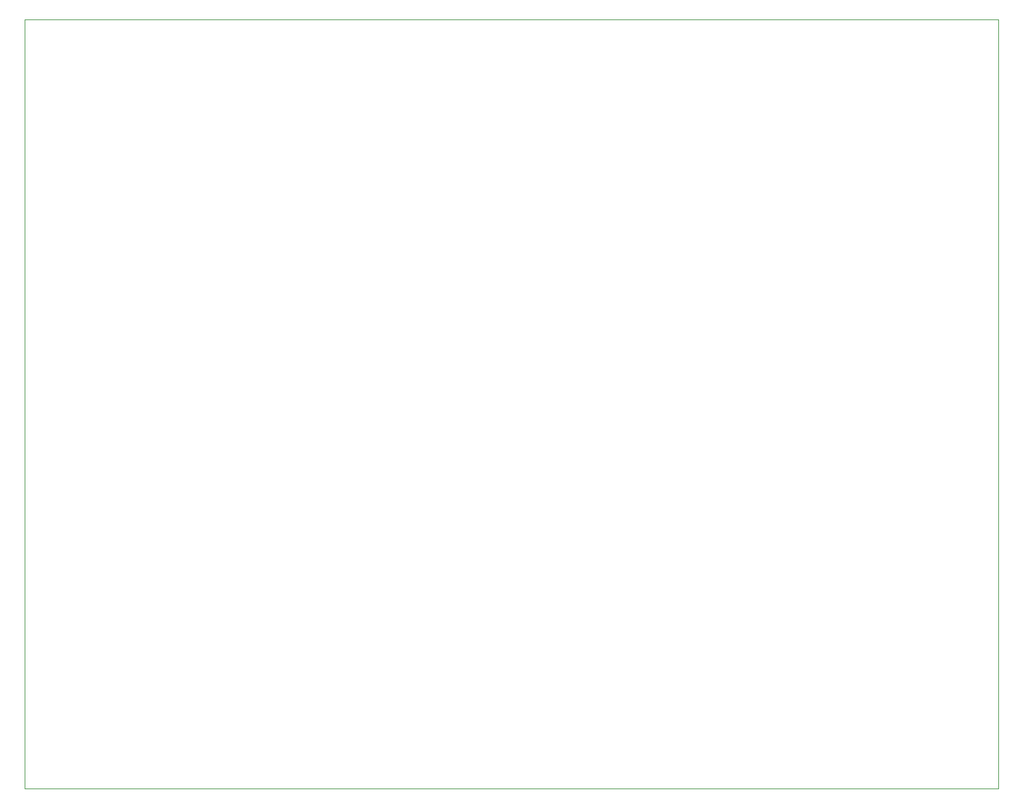
<source format=gbr>
%TF.GenerationSoftware,KiCad,Pcbnew,7.0.7*%
%TF.CreationDate,2025-01-28T12:58:34-05:00*%
%TF.ProjectId,cross-point-exp-brd-mini-smd,63726f73-732d-4706-9f69-6e742d657870,rev?*%
%TF.SameCoordinates,Original*%
%TF.FileFunction,Profile,NP*%
%FSLAX46Y46*%
G04 Gerber Fmt 4.6, Leading zero omitted, Abs format (unit mm)*
G04 Created by KiCad (PCBNEW 7.0.7) date 2025-01-28 12:58:34*
%MOMM*%
%LPD*%
G01*
G04 APERTURE LIST*
%TA.AperFunction,Profile*%
%ADD10C,0.100000*%
%TD*%
G04 APERTURE END LIST*
D10*
X75565000Y-45720000D02*
X202565000Y-45720000D01*
X202565000Y-146050000D01*
X75565000Y-146050000D01*
X75565000Y-45720000D01*
M02*

</source>
